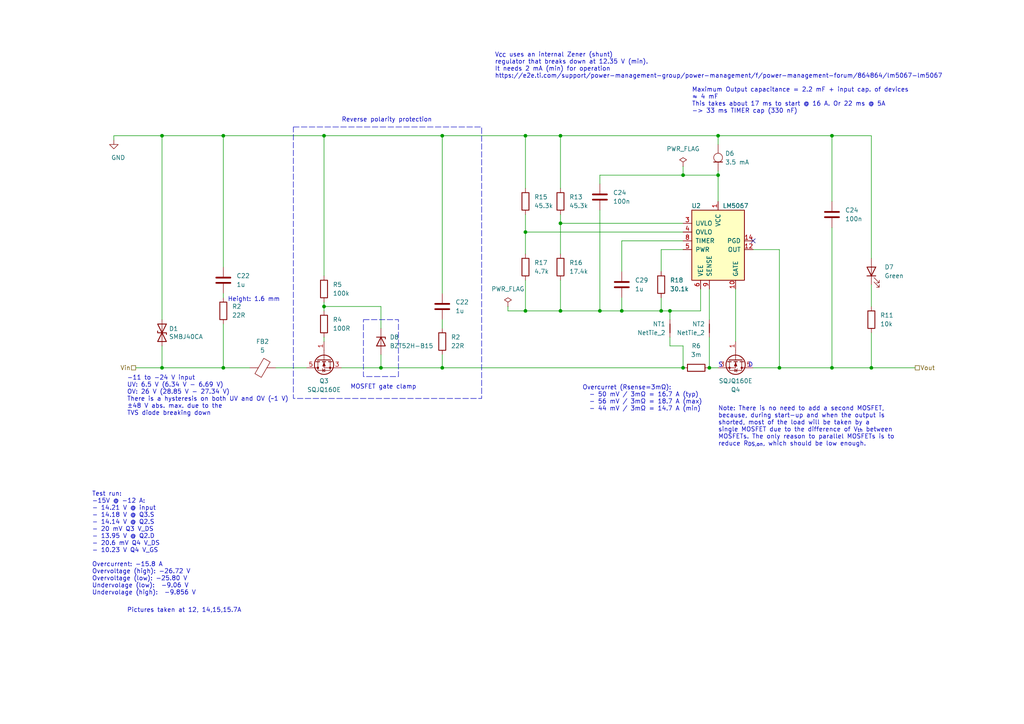
<source format=kicad_sch>
(kicad_sch (version 20230121) (generator eeschema)
  (paper "A4")
  (title_block (title "Negative rail input protection") (date "2023-10-06") (rev "2.0.0") (comment 1 "Copyright (©) 2023, Patrick Baus <patrick.baus@physik.tu-darmstadt.de>") (comment 2 "Licensed under CERN OHL v.1.2"))
  (lib_symbols
    (symbol "Device:C" (pin_numbers hide) (pin_names (offset 0.254))
      (property "Reference" "C" (at 0.635 2.54 0))
      (property "Value" "C" (at 0.635 -2.54 0))
      (symbol "C_0_1"
        (polyline (pts (xy -2.032 -0.762) (xy 2.032 -0.762)) (stroke (width 0.508)))
        (polyline (pts (xy -2.032 0.762) (xy 2.032 0.762)) (stroke (width 0.508)))
      )
      (symbol "C_1_1"
        (pin passive line (at 0 3.81 270) (length 2.794) (name "~") (number "1"))
        (pin passive line (at 0 -3.81 90) (length 2.794) (name "~") (number "2"))
      )
    )
    (symbol "Device:D_TVS" (pin_numbers hide) (pin_names (offset 1.016) hide)
      (property "Reference" "D" (at 0 2.54 0))
      (property "Value" "D_TVS" (at 0 -2.54 0))
      (symbol "D_TVS_0_1"
        (polyline (pts (xy 1.27 0) (xy -1.27 0)))
        (polyline (pts (xy 0.508 1.27) (xy 0 1.27) (xy 0 -1.27) (xy -0.508 -1.27)) (stroke (width 0.254)))
        (polyline (pts (xy -2.54 1.27) (xy -2.54 -1.27) (xy 2.54 1.27) (xy 2.54 -1.27) (xy -2.54 1.27)) (stroke (width 0.254)))
      )
      (symbol "D_TVS_1_1"
        (pin passive line (at -3.81 0 0) (length 2.54) (name "A1") (number "1"))
        (pin passive line (at 3.81 0 180) (length 2.54) (name "A2") (number "2"))
      )
    )
    (symbol "Device:FerriteBead" (pin_numbers hide) (pin_names (offset 0))
      (property "Reference" "FB" (at -3.81 0.635 90))
      (property "Value" "FerriteBead" (at 3.81 0 90))
      (symbol "FerriteBead_0_1"
        (polyline (pts (xy 0 -1.27) (xy 0 -1.2192)))
        (polyline (pts (xy 0 1.27) (xy 0 1.2954)))
        (polyline (pts (xy -2.7686 0.4064) (xy -1.7018 2.2606) (xy 2.7686 -0.3048) (xy 1.6764 -2.159) (xy -2.7686 0.4064)))
      )
      (symbol "FerriteBead_1_1"
        (pin passive line (at 0 3.81 270) (length 2.54) (name "~") (number "1"))
        (pin passive line (at 0 -3.81 90) (length 2.54) (name "~") (number "2"))
      )
    )
    (symbol "Device:LED" (pin_numbers hide) (pin_names (offset 1.016) hide)
      (property "Reference" "D" (at 0 2.54 0))
      (property "Value" "LED" (at 0 -2.54 0))
      (symbol "LED_0_1"
        (polyline (pts (xy -1.27 -1.27) (xy -1.27 1.27)) (stroke (width 0.254)))
        (polyline (pts (xy -1.27 0) (xy 1.27 0)))
        (polyline (pts (xy 1.27 -1.27) (xy 1.27 1.27) (xy -1.27 0) (xy 1.27 -1.27)) (stroke (width 0.254)))
        (polyline (pts (xy -3.048 -0.762) (xy -4.572 -2.286) (xy -3.81 -2.286) (xy -4.572 -2.286) (xy -4.572 -1.524)))
        (polyline (pts (xy -1.778 -0.762) (xy -3.302 -2.286) (xy -2.54 -2.286) (xy -3.302 -2.286) (xy -3.302 -1.524)))
      )
      (symbol "LED_1_1"
        (pin passive line (at -3.81 0 0) (length 2.54) (name "K") (number "1"))
        (pin passive line (at 3.81 0 180) (length 2.54) (name "A") (number "2"))
      )
    )
    (symbol "Device:NetTie_2" (pin_numbers hide) (pin_names (offset 0) hide) (in_bom no)
      (property "Reference" "NT" (at 0 1.27 0))
      (property "Value" "NetTie_2" (at 0 -1.27 0))
      (symbol "NetTie_2_0_1"
        (polyline (pts (xy -1.27 0) (xy 1.27 0)) (stroke (width 0.254)))
      )
      (symbol "NetTie_2_1_1"
        (pin passive line (at -2.54 0 0) (length 2.54) (name "1") (number "1"))
        (pin passive line (at 2.54 0 180) (length 2.54) (name "2") (number "2"))
      )
    )
    (symbol "Device:R" (pin_numbers hide) (pin_names (offset 0))
      (property "Reference" "R" (at 2.032 0 90))
      (property "Value" "R" (at 0 0 90))
      (symbol "R_0_1"
        (rectangle (start -1.016 -2.54) (end 1.016 2.54) (stroke (width 0.254)))
      )
      (symbol "R_1_1"
        (pin passive line (at 0 3.81 270) (length 1.27) (name "~") (number "1"))
        (pin passive line (at 0 -3.81 90) (length 1.27) (name "~") (number "2"))
      )
    )
    (symbol "Diode:BZT52Bxx" (pin_numbers hide) (pin_names hide)
      (property "Reference" "D" (at 0 2.54 0))
      (property "Value" "BZT52Bxx" (at 0 -2.54 0))
      (symbol "BZT52Bxx_0_1"
        (polyline (pts (xy 1.27 0) (xy -1.27 0)))
        (polyline (pts (xy -1.27 -1.27) (xy -1.27 1.27) (xy -0.762 1.27)) (stroke (width 0.254)))
        (polyline (pts (xy 1.27 -1.27) (xy 1.27 1.27) (xy -1.27 0) (xy 1.27 -1.27)) (stroke (width 0.254)))
      )
      (symbol "BZT52Bxx_1_1"
        (pin passive line (at -3.81 0 0) (length 2.54) (name "K") (number "1"))
        (pin passive line (at 3.81 0 180) (length 2.54) (name "A") (number "2"))
      )
    )
    (symbol "Texas Instruments:LM5067" (pin_names (offset 1.016))
      (property "Reference" "U" (at -7.62 11.43 0))
      (property "Value" "LM5067" (at 2.54 11.43 0))
      (symbol "LM5067_0_1"
        (rectangle (start -7.62 10.16) (end 7.62 -10.16) (stroke (width 0.254)) (fill (type background)))
      )
      (symbol "LM5067_1_0"
        (pin power_in line (at -5.08 -12.7 90) (length 2.54) (name "VEE") (number "6"))
      )
      (symbol "LM5067_1_1"
        (pin power_in line (at 0 12.7 270) (length 2.54) (name "VCC") (number "1"))
        (pin output line (at 5.08 -12.7 90) (length 2.54) (name "GATE") (number "10"))
        (pin no_connect line (at 10.16 3.81 180) (length 2.54) hide (name "NC") (number "11"))
        (pin input line (at 10.16 -1.27 180) (length 2.54) (name "OUT") (number "12"))
        (pin no_connect line (at 10.16 6.35 180) (length 2.54) hide (name "NC") (number "13"))
        (pin open_collector line (at 10.16 1.27 180) (length 2.54) (name "PGD") (number "14"))
        (pin no_connect line (at -10.16 -3.81 0) (length 2.54) hide (name "NC") (number "2"))
        (pin input line (at -10.16 6.35 0) (length 2.54) (name "UVLO") (number "3"))
        (pin input line (at -10.16 3.81 0) (length 2.54) (name "OVLO") (number "4"))
        (pin input line (at -10.16 -1.27 0) (length 2.54) (name "PWR") (number "5"))
        (pin no_connect line (at 10.16 -3.81 180) (length 2.54) hide (name "NC") (number "7"))
        (pin input line (at -10.16 1.27 0) (length 2.54) (name "TIMER") (number "8"))
        (pin input line (at -2.54 -12.7 90) (length 2.54) (name "SENSE") (number "9"))
      )
    )
    (symbol "Vishay:SQJQ160E" (pin_names (offset 0) hide)
      (property "Reference" "Q" (at 5.08 1.27 0))
      (property "Value" "SQJQ160E" (at 5.08 -1.27 0))
      (symbol "SQJQ160E_0_1"
        (polyline (pts (xy 0.254 0) (xy -2.54 0)))
        (polyline (pts (xy 0.254 1.905) (xy 0.254 -1.905)) (stroke (width 0.254)))
        (polyline (pts (xy 0.762 -1.27) (xy 0.762 -2.286)) (stroke (width 0.254)))
        (polyline (pts (xy 0.762 0.508) (xy 0.762 -0.508)) (stroke (width 0.254)))
        (polyline (pts (xy 0.762 2.286) (xy 0.762 1.27)) (stroke (width 0.254)))
        (polyline (pts (xy 2.54 2.54) (xy 2.54 1.778)))
        (polyline (pts (xy 2.54 -2.54) (xy 2.54 0) (xy 0.762 0)))
        (polyline (pts (xy 0.762 -1.778) (xy 3.302 -1.778) (xy 3.302 1.778) (xy 0.762 1.778)))
        (polyline (pts (xy 1.016 0) (xy 2.032 0.381) (xy 2.032 -0.381) (xy 1.016 0)) (fill (type outline)))
        (polyline (pts (xy 2.794 0.508) (xy 2.921 0.381) (xy 3.683 0.381) (xy 3.81 0.254)))
        (polyline (pts (xy 3.302 0.381) (xy 2.921 -0.254) (xy 3.683 -0.254) (xy 3.302 0.381)))
        (circle (center 1.651 0) (radius 2.794) (stroke (width 0.254)))
        (circle (center 2.54 -1.778) (radius 0.254) (fill (type outline)))
        (circle (center 2.54 1.778) (radius 0.254) (fill (type outline)))
      )
      (symbol "SQJQ160E_1_1"
        (pin input line (at -5.08 0 0) (length 2.54) (name "G") (number "1"))
        (pin passive line (at 2.54 -5.08 90) (length 2.54) hide (name "S") (number "2"))
        (pin passive line (at 2.54 -5.08 90) (length 2.54) (name "S") (number "3"))
        (pin passive line (at 2.54 -5.08 90) (length 2.54) hide (name "S") (number "3"))
        (pin passive line (at 2.54 -5.08 90) (length 2.54) hide (name "S") (number "4"))
        (pin passive line (at 2.54 5.08 270) (length 2.54) (name "D") (number "5"))
      )
    )
    (symbol "constant_current_diode:D_Constant_Current" (pin_numbers hide) (pin_names (offset 1.016) hide)
      (property "Reference" "D" (at 0 2.54 0))
      (property "Value" "D_Constant_Current" (at 0 -2.54 0))
      (symbol "D_Constant_Current_0_1"
        (polyline (pts (xy -1.27 1.27) (xy -1.27 -1.27)) (stroke (width 0.254)))
        (circle (center 0 0) (radius 1.27))
      )
      (symbol "D_Constant_Current_1_1"
        (pin passive line (at -3.81 0 0) (length 2.54) (name "K") (number "1"))
        (pin passive line (at 3.81 0 180) (length 2.54) (name "A") (number "2"))
      )
    )
    (symbol "power:GND" (power) (pin_names (offset 0))
      (property "Value" "GND" (at 0 -3.81 0))
      (symbol "GND_0_1"
        (polyline (pts (xy 0 0) (xy 0 -1.27) (xy 1.27 -1.27) (xy 0 -2.54) (xy -1.27 -1.27) (xy 0 -1.27)))
      )
      (symbol "GND_1_1"
        (pin power_in line (at 0 0 270) (length 0) hide (name "GND") (number "1"))
      )
    )
    (symbol "power:PWR_FLAG" (power) (pin_numbers hide) (pin_names (offset 0) hide)
      (property "Value" "PWR_FLAG" (at 0 3.81 0))
      (symbol "PWR_FLAG_0_0"
        (pin power_out line (at 0 0 90) (length 0) (name "pwr") (number "1"))
      )
      (symbol "PWR_FLAG_0_1"
        (polyline (pts (xy 0 0) (xy 0 1.27) (xy -1.016 1.905) (xy 0 2.54) (xy 1.016 1.905) (xy 0 1.27)))
      )
    )
  )
  (junction (at 208.28 50.8))
  (junction (at 241.3 106.68))
  (junction (at 46.99 39.37))
  (junction (at 64.77 106.68))
  (junction (at 64.77 39.37))
  (junction (at 241.3 39.37))
  (junction (at 128.27 106.68))
  (junction (at 194.31 90.17))
  (junction (at 205.74 106.68))
  (junction (at 191.77 90.17))
  (junction (at 180.34 90.17))
  (junction (at 93.98 88.9))
  (junction (at 162.56 64.77))
  (junction (at 208.28 39.37))
  (junction (at 152.4 67.31))
  (junction (at 128.27 39.37))
  (junction (at 162.56 90.17))
  (junction (at 252.73 106.68))
  (junction (at 226.06 106.68))
  (junction (at 198.12 50.8))
  (junction (at 162.56 39.37))
  (junction (at 93.98 39.37))
  (junction (at 152.4 90.17))
  (junction (at 198.12 106.68))
  (junction (at 110.49 106.68))
  (junction (at 152.4 39.37))
  (junction (at 46.99 106.68))
  (junction (at 173.99 90.17))
  (no_connect (at 218.44 69.85))
  (wire (pts (xy 162.56 90.17) (xy 173.99 90.17)))
  (wire (pts (xy 252.73 39.37) (xy 252.73 74.93)))
  (wire (pts (xy 194.31 100.33) (xy 198.12 100.33)))
  (wire (pts (xy 93.98 87.63) (xy 93.98 88.9)))
  (wire (pts (xy 93.98 39.37) (xy 93.98 80.01)))
  (wire (pts (xy 226.06 72.39) (xy 226.06 106.68)))
  (wire (pts (xy 198.12 69.85) (xy 180.34 69.85)))
  (wire (pts (xy 33.02 39.37) (xy 33.02 40.64)))
  (wire (pts (xy 162.56 81.28) (xy 162.56 90.17)))
  (wire (pts (xy 93.98 88.9) (xy 93.98 90.17)))
  (wire (pts (xy 173.99 50.8) (xy 198.12 50.8)))
  (wire (pts (xy 203.2 90.17) (xy 203.2 83.82)))
  (wire (pts (xy 218.44 106.68) (xy 226.06 106.68)))
  (wire (pts (xy 110.49 88.9) (xy 93.98 88.9)))
  (wire (pts (xy 128.27 39.37) (xy 128.27 85.09)))
  (wire (pts (xy 173.99 90.17) (xy 180.34 90.17)))
  (wire (pts (xy 162.56 64.77) (xy 198.12 64.77)))
  (wire (pts (xy 191.77 90.17) (xy 194.31 90.17)))
  (wire (pts (xy 180.34 69.85) (xy 180.34 78.74)))
  (wire (pts (xy 46.99 100.33) (xy 46.99 106.68)))
  (wire (pts (xy 46.99 39.37) (xy 64.77 39.37)))
  (wire (pts (xy 194.31 92.71) (xy 194.31 90.17)))
  (wire (pts (xy 173.99 60.96) (xy 173.99 90.17)))
  (wire (pts (xy 152.4 67.31) (xy 198.12 67.31)))
  (wire (pts (xy 64.77 106.68) (xy 72.39 106.68)))
  (wire (pts (xy 46.99 106.68) (xy 64.77 106.68)))
  (wire (pts (xy 128.27 39.37) (xy 93.98 39.37)))
  (wire (pts (xy 205.74 97.79) (xy 205.74 106.68)))
  (wire (pts (xy 147.32 90.17) (xy 147.32 88.9)))
  (wire (pts (xy 208.28 49.53) (xy 208.28 50.8)))
  (wire (pts (xy 99.06 106.68) (xy 110.49 106.68)))
  (wire (pts (xy 180.34 86.36) (xy 180.34 90.17)))
  (wire (pts (xy 252.73 106.68) (xy 265.43 106.68)))
  (wire (pts (xy 152.4 39.37) (xy 162.56 39.37)))
  (wire (pts (xy 46.99 39.37) (xy 46.99 92.71)))
  (wire (pts (xy 191.77 86.36) (xy 191.77 90.17)))
  (wire (pts (xy 241.3 39.37) (xy 252.73 39.37)))
  (wire (pts (xy 198.12 48.26) (xy 198.12 50.8)))
  (wire (pts (xy 152.4 81.28) (xy 152.4 90.17)))
  (wire (pts (xy 241.3 39.37) (xy 241.3 58.42)))
  (wire (pts (xy 198.12 100.33) (xy 198.12 106.68)))
  (wire (pts (xy 64.77 39.37) (xy 64.77 77.47)))
  (wire (pts (xy 198.12 50.8) (xy 208.28 50.8)))
  (wire (pts (xy 194.31 97.79) (xy 194.31 100.33)))
  (wire (pts (xy 208.28 39.37) (xy 241.3 39.37)))
  (wire (pts (xy 64.77 93.98) (xy 64.77 106.68)))
  (wire (pts (xy 208.28 50.8) (xy 208.28 58.42)))
  (wire (pts (xy 33.02 39.37) (xy 46.99 39.37)))
  (wire (pts (xy 64.77 85.09) (xy 64.77 86.36)))
  (wire (pts (xy 110.49 95.25) (xy 110.49 88.9)))
  (wire (pts (xy 152.4 90.17) (xy 147.32 90.17)))
  (wire (pts (xy 128.27 39.37) (xy 152.4 39.37)))
  (wire (pts (xy 252.73 82.55) (xy 252.73 88.9)))
  (wire (pts (xy 180.34 90.17) (xy 191.77 90.17)))
  (wire (pts (xy 205.74 106.68) (xy 208.28 106.68)))
  (wire (pts (xy 191.77 72.39) (xy 191.77 78.74)))
  (wire (pts (xy 162.56 64.77) (xy 162.56 73.66)))
  (wire (pts (xy 128.27 106.68) (xy 128.27 102.87)))
  (wire (pts (xy 39.37 106.68) (xy 46.99 106.68)))
  (wire (pts (xy 128.27 106.68) (xy 198.12 106.68)))
  (wire (pts (xy 205.74 83.82) (xy 205.74 92.71)))
  (wire (pts (xy 152.4 67.31) (xy 152.4 73.66)))
  (wire (pts (xy 128.27 95.25) (xy 128.27 92.71)))
  (wire (pts (xy 152.4 39.37) (xy 152.4 54.61)))
  (wire (pts (xy 218.44 72.39) (xy 226.06 72.39)))
  (wire (pts (xy 252.73 96.52) (xy 252.73 106.68)))
  (wire (pts (xy 64.77 39.37) (xy 93.98 39.37)))
  (wire (pts (xy 162.56 62.23) (xy 162.56 64.77)))
  (wire (pts (xy 93.98 97.79) (xy 93.98 99.06)))
  (wire (pts (xy 198.12 72.39) (xy 191.77 72.39)))
  (wire (pts (xy 241.3 106.68) (xy 252.73 106.68)))
  (wire (pts (xy 226.06 106.68) (xy 241.3 106.68)))
  (wire (pts (xy 110.49 106.68) (xy 128.27 106.68)))
  (wire (pts (xy 162.56 39.37) (xy 208.28 39.37)))
  (wire (pts (xy 110.49 102.87) (xy 110.49 106.68)))
  (wire (pts (xy 173.99 50.8) (xy 173.99 53.34)))
  (wire (pts (xy 152.4 62.23) (xy 152.4 67.31)))
  (wire (pts (xy 208.28 39.37) (xy 208.28 41.91)))
  (wire (pts (xy 213.36 83.82) (xy 213.36 99.06)))
  (wire (pts (xy 241.3 66.04) (xy 241.3 106.68)))
  (wire (pts (xy 162.56 39.37) (xy 162.56 54.61)))
  (wire (pts (xy 80.01 106.68) (xy 88.9 106.68)))
  (wire (pts (xy 194.31 90.17) (xy 203.2 90.17)))
  (wire (pts (xy 152.4 90.17) (xy 162.56 90.17)))
  (rectangle (start 105.41 92.71) (end 115.57 109.22) (stroke (width 0) (type dash)))
  (rectangle (start 85.09 36.83) (end 139.7 115.57) (stroke (width 0) (type dash)))
  (text "MOSFET gate clamp" (at 101.6 113.03 0) (effects (font (size 1.27 1.27)) (justify left bottom)))
  (text "Note: There is no need to add a second MOSFET,\nbecause, during start-up and when the output is\nshorted, most of the load will be taken by a\nsingle MOSFET due to the difference of V_{th} between\nMOSFETs. The only reason to parallel MOSFETs is to\nreduce R_{DS,on}, which should be low enough." (at 208.28 129.54 0) (effects (font (size 1.27 1.27)) (justify left bottom)))
  (text "Pictures taken at 12, 14,15,15.7A" (at 36.83 177.8 0) (effects (font (size 1.27 1.27)) (justify left bottom)))
  (text "S" (at 208.28 106.68 0) (effects (font (size 1.27 1.27)) (justify left bottom)))
  (text "Test run:\n-15V @ -12 A:\n- 14.21 V @ input\n- 14.18 V @ Q3.S\n- 14.14 V @ Q2.S\n- 20 mV Q3 V_DS\n- 13.95 V @ Q2.D\n- 20.6 mV Q4 V_DS\n- 10.23 V Q4 V_GS\n\nOvercurrent: -15.8 A\nOvervoltage (high): -26.72 V\nOvervoltage (low): -25.80 V\nUndervolage (low):  -9.06 V\nUndervolage (high):  -9.856 V" (at 26.67 172.72 0) (effects (font (size 1.27 1.27)) (justify left bottom)))
  (text "Height: 1.6 mm" (at 66.04 87.63 0) (effects (font (size 1.27 1.27)) (justify left bottom)))
  (text "D" (at 218.44 106.68 0) (effects (font (size 1.27 1.27)) (justify right bottom)))
  (text "Reverse polarity protection" (at 99.06 35.56 0) (effects (font (size 1.27 1.27)) (justify left bottom)))
  (text "Maximum Output capacitance = 2.2 mF + input cap. of devices\n≈ 4 mF\nThis takes about 17 ms to start @ 16 A. Or 22 ms @ 5A\n-> 33 ms TIMER cap (330 nF)" (at 200.66 33.02 0) (effects (font (size 1.27 1.27)) (justify left bottom)))
  (text "V_{CC} uses an internal Zener (shunt)\nregulator that breaks down at 12.35 V (min).\nIt needs 2 mA (min) for operation\nhttps://e2e.ti.com/support/power-management-group/power-management/f/power-management-forum/864864/lm5067-lm5067\n" (at 143.51 22.86 0) (effects (font (size 1.27 1.27)) (justify left bottom)))
  (text "-11 to -24 V input\nUV: 6.5 V (6.34 V - 6.69 V)\nOV: 26 V (28.85 V - 27.34 V)\nThere is a hysteresis on both UV and OV (~1 V)\n±48 V abs. max. due to the\nTVS diode breaking down" (at 36.83 120.65 0) (effects (font (size 1.27 1.27)) (justify left bottom)))
  (text "Overcurret (Rsense=3mΩ):\n  - 50 mV / 3mΩ = 16.7 A (typ)\n  - 56 mV / 3mΩ = 18.7 A (max)\n  - 44 mV / 3mΩ = 14.7 A (min)" (at 168.91 119.38 0) (effects (font (size 1.27 1.27)) (justify left bottom)))
  (hierarchical_label "Vout" (shape passive) (at 265.43 106.68 0))
  (hierarchical_label "Vin" (shape passive) (at 39.37 106.68 180))
  (symbol (lib_id "Vishay:SQJQ160E") (at 213.36 104.14 270) (unit 1)
    (property "Reference" "Q4" (at 213.36 113.03 90))
    (property "Value" "SQJQ160E" (at 213.36 110.49 90))
    (property "Footprint" "Package_SO:PowerPAK_SO-8L_Single" (effects hide))
    (property "MFN" "Vishay" (effects hide))
    (property "PN" "SQJQ160E" (effects hide))
    (property "Temperature" "Tstorage = –75 °C to 175 °C" (effects hide))
    (property "RoHS" "Yes" (effects hide))
    (property "Note" "Vds >= 60V" (effects hide))
  )
  (symbol (lib_id "Diode:BZT52Bxx") (at 110.49 99.06 270) (unit 1)
    (property "Reference" "D8" (at 113.03 97.79 90) (effects (justify left)))
    (property "Value" "BZT52H-B15" (at 113.03 100.33 90) (effects (justify left)))
    (property "Footprint" "Diode_SMD:D_SOD-123F" (effects hide))
    (property "Datasheet" "https://diotec.com/tl_files/diotec/files/pdf/datasheets/bzt52b2v4.pdf" (effects hide))
    (property "MFN" "Nexperia" (effects hide))
    (property "PN" "BZT52H-B15\\,115" (effects hide))
    (property "Temperature" "Tstorage = –65 °C to 150 °C" (effects hide))
    (property "RoHS" "Yes" (effects hide))
    (property "digikey#" "1727-1598-1-ND" (effects hide))
    (instances (project "main" (path "" (reference "D8") (unit 1)) (path "" (reference "D4") (unit 1))))
  )
  (symbol (lib_id "Device:C") (at 241.3 62.23 0) (unit 1)
    (property "Reference" "C24" (at 245.11 60.96 0) (effects (justify left)))
    (property "Value" "100n" (at 245.11 63.5 0) (effects (justify left)))
    (property "Footprint" "Capacitor_SMD:C_0805_2012Metric" (effects hide))
    (property "MFN" "Kemet" (effects hide))
    (property "PN" "C0805C104K1RACAUTO" (effects hide))
    (property "Temperature" "Tstorage = –55 °C to 155 °C" (effects hide))
    (property "RoHS" "Yes" (effects hide))
    (property "digikey#" "399-6926-1-ND" (effects hide))
    (instances (project "main" (path "" (reference "C24") (unit 1)) (path "" (reference "C30") (unit 1))))
  )
  (symbol (lib_id "Device:R") (at 128.27 99.06 0) (unit 1)
    (property "Reference" "R2" (at 130.81 97.79 0) (effects (justify left)))
    (property "Value" "22R" (at 130.81 100.33 0) (effects (justify left)))
    (property "Footprint" "Resistor_SMD:R_1206_3216Metric" (effects hide))
    (property "MFN" "Vishay" (effects hide))
    (property "PN" "RCS120622R0JNEA" (effects hide))
    (property "Note" "500 mW, anti-surge" (effects hide))
    (property "Temperature" "Tstorage = –55 °C to 155 °C" (effects hide))
    (property "RoHS" "By exemption" (effects hide))
    (instances (project "main" (path "" (reference "R2") (unit 1)) (path "" (reference "R12") (unit 1)) (path "" (reference "R21") (unit 1))))
  )
  (symbol (lib_id "Device:R") (at 162.56 58.42 0) (unit 1)
    (property "Reference" "R13" (at 165.1 57.15 0) (effects (justify left)))
    (property "Value" "45.3k" (at 165.1 59.69 0) (effects (justify left)))
    (property "Footprint" "Resistor_SMD:R_0805_2012Metric" (effects hide))
    (property "MFN" "Vishay" (effects hide))
    (property "PN" "CRCW080545K3FKEA" (effects hide))
    (property "Temperature" "Tstorage = –55 °C to 155 °C" (effects hide))
    (property "RoHS" "By exemption" (effects hide))
    (property "Note" "1%, 150 V" (effects hide))
  )
  (symbol (lib_id "Device:R") (at 162.56 77.47 0) (unit 1)
    (property "Reference" "R16" (at 165.1 76.2 0) (effects (justify left)))
    (property "Value" "17.4k" (at 165.1 78.74 0) (effects (justify left)))
    (property "Footprint" "Resistor_SMD:R_0805_2012Metric" (effects hide))
    (property "MFN" "Vishay" (effects hide))
    (property "PN" "CRCW080517K4FKEA" (effects hide))
    (property "Temperature" "Tstorage = –55 °C to 155 °C" (effects hide))
    (property "RoHS" "By exemption" (effects hide))
    (property "Note" "1%, 150 V" (effects hide))
  )
  (symbol (lib_id "Device:R") (at 152.4 58.42 0) (unit 1)
    (property "Reference" "R15" (at 154.94 57.15 0) (effects (justify left)))
    (property "Value" "45.3k" (at 154.94 59.69 0) (effects (justify left)))
    (property "Footprint" "Resistor_SMD:R_0805_2012Metric" (effects hide))
    (property "MFN" "Vishay" (effects hide))
    (property "PN" "CRCW080545K3FKEA" (effects hide))
    (property "Temperature" "Tstorage = –55 °C to 155 °C" (effects hide))
    (property "RoHS" "By exemption" (effects hide))
    (property "Note" "1%, 150 V" (effects hide))
  )
  (symbol (lib_id "Device:R") (at 93.98 83.82 0) (unit 1)
    (property "Reference" "R5" (at 96.52 82.55 0) (effects (justify left)))
    (property "Value" "100k" (at 96.52 85.09 0) (effects (justify left)))
    (property "Footprint" "Resistor_SMD:R_0805_2012Metric" (effects hide))
    (property "MFN" "Vishay" (effects hide))
    (property "PN" "CRCW0805100KFKEA" (effects hide))
    (property "Note" "1%, 150 V" (effects hide))
    (property "Temperature" "Tstorage = –55 °C to 155 °C" (effects hide))
    (property "RoHS" "By exemption" (effects hide))
    (instances (project "main" (path "" (reference "R5") (unit 1)) (path "" (reference "R20") (unit 1))))
  )
  (symbol (lib_id "Device:FerriteBead") (at 76.2 106.68 90) (unit 1)
    (property "Reference" "FB2" (at 76.1492 99.06 90))
    (property "Value" "5" (at 76.1492 101.6 90))
    (property "Footprint" "Inductor_SMD:L_1210_3225Metric" (effects hide))
    (property "MFN" "Murata" (effects hide))
    (property "PN" "BLE32SN120BH1L" (effects hide))
    (property "Alternative" "Murata BLE32SN120SH1L" (effects hide))
    (property "Temperature" "Tstorage = –55 °C to 150 °C" (effects hide))
    (property "RoHS" "Yes" (effects hide))
  )
  (symbol (lib_id "Device:C") (at 173.99 57.15 0) (unit 1)
    (property "Reference" "C24" (at 177.8 55.88 0) (effects (justify left)))
    (property "Value" "100n" (at 177.8 58.42 0) (effects (justify left)))
    (property "Footprint" "Capacitor_SMD:C_0805_2012Metric" (effects hide))
    (property "MFN" "Kemet" (effects hide))
    (property "PN" "C0805C104K1RACAUTO" (effects hide))
    (property "Temperature" "Tstorage = –55 °C to 155 °C" (effects hide))
    (property "RoHS" "Yes" (effects hide))
    (property "digikey#" "399-6926-1-ND" (effects hide))
    (instances (project "main" (path "" (reference "C24") (unit 1)) (path "" (reference "C19") (unit 1))))
  )
  (symbol (lib_id "Texas Instruments:LM5067") (at 208.28 71.12 0) (unit 1)
    (property "Reference" "U2" (at 201.93 59.69 0))
    (property "Value" "LM5067" (at 213.36 59.69 0))
    (property "Footprint" "Package_SO:SOIC-14W_7.5x9mm_P1.27mm" (effects hide))
    (property "Datasheet" "https://www.ti.com/lit/ds/symlink/lm5067.pdf" (effects hide))
    (property "MFN" "Texas Instruments" (effects hide))
    (property "PN" "LM50672NPAR" (effects hide))
    (property "Temperature" "Tstorage = –65 °C to 150 °C" (effects hide))
    (property "RoHS" "By exemption" (effects hide))
  )
  (symbol (lib_id "Device:NetTie_2") (at 194.31 95.25 270) (mirror x) (unit 1) (in_bom no)
    (property "Reference" "NT1" (at 193.04 93.98 90) (effects (justify right)))
    (property "Value" "NetTie_2" (at 193.04 96.52 90) (effects (justify right)))
    (property "Footprint" "NetTie:NetTie-2_SMD_Pad0.5mm" (effects hide))
    (instances (project "main" (path "" (reference "NT1") (unit 1)) (path "" (reference "NT3") (unit 1))))
  )
  (symbol (lib_id "Device:R") (at 64.77 90.17 0) (unit 1)
    (property "Reference" "R2" (at 67.31 88.9 0) (effects (justify left)))
    (property "Value" "22R" (at 67.31 91.44 0) (effects (justify left)))
    (property "Footprint" "Resistor_SMD:R_1206_3216Metric" (effects hide))
    (property "MFN" "Vishay" (effects hide))
    (property "PN" "RCS120622R0JNEA" (effects hide))
    (property "Note" "500 mW, anti-surge" (effects hide))
    (property "Temperature" "Tstorage = –55 °C to 155 °C" (effects hide))
    (property "RoHS" "By exemption" (effects hide))
    (instances (project "main" (path "" (reference "R2") (unit 1)) (path "" (reference "R2") (unit 1)) (path "" (reference "R12") (unit 1))))
  )
  (symbol (lib_id "Device:C") (at 128.27 88.9 0) (unit 1)
    (property "Reference" "C22" (at 132.08 87.63 0) (effects (justify left)))
    (property "Value" "1u" (at 132.08 90.17 0) (effects (justify left)))
    (property "Footprint" "Capacitor_SMD:C_1206_3216Metric" (effects hide))
    (property "MFN" "Kemet" (effects hide))
    (property "PN" "C1206C105K1RACAUTO" (effects hide))
    (property "Note" ">= 100 V" (effects hide))
    (property "Temperature" "Tstorage = –55 °C to 155 °C" (effects hide))
    (property "RoHS" "Yes" (effects hide))
    (property "digikey#" "399-13374-1-ND" (effects hide))
    (instances (project "main" (path "" (reference "C22") (unit 1)) (path "" (reference "C26") (unit 1)) (path "" (reference "C31") (unit 1))) (project "main" (path "" (reference "C25") (unit 1))))
  )
  (symbol (lib_id "Device:R") (at 93.98 93.98 0) (unit 1)
    (property "Reference" "R4" (at 96.52 92.71 0) (effects (justify left)))
    (property "Value" "100R" (at 96.52 95.25 0) (effects (justify left)))
    (property "Footprint" "Resistor_SMD:R_0805_2012Metric" (effects hide))
    (property "MFN" "Vishay" (effects hide))
    (property "PN" "CRCW0805100RFKEA" (effects hide))
    (property "Note" "1%, 150 V" (effects hide))
    (property "Temperature" "Tstorage = –55 °C to 155 °C" (effects hide))
    (property "RoHS" "By exemption" (effects hide))
    (instances (project "main" (path "" (reference "R4") (unit 1)) (path "" (reference "R19") (unit 1))))
  )
  (symbol (lib_id "power:GND") (at 33.02 40.64 0) (unit 1)
    (property "Reference" "#PWR?" (effects hide))
    (property "Value" "GND" (at 34.29 45.72 0))
    (instances (project "main" (path "" (reference "#PWR?") (unit 1)) (path "" (reference "#PWR?") (unit 1)) (path "" (reference "#PWR030") (unit 1)) (path "" (reference "#PWR030") (unit 1)) (path "" (reference "#PWR039") (unit 1))))
  )
  (symbol (lib_id "Device:C") (at 64.77 81.28 0) (unit 1)
    (property "Reference" "C22" (at 68.58 80.01 0) (effects (justify left)))
    (property "Value" "1u" (at 68.58 82.55 0) (effects (justify left)))
    (property "Footprint" "Capacitor_SMD:C_1206_3216Metric" (effects hide))
    (property "MFN" "Kemet" (effects hide))
    (property "PN" "C1206C105K1RACAUTO" (effects hide))
    (property "Note" ">= 100 V, Height <=2.3 mm" (effects hide))
    (property "Temperature" "Tstorage = –55 °C to 155 °C" (effects hide))
    (property "RoHS" "Yes" (effects hide))
    (property "digikey#" "399-13374-1-ND" (effects hide))
    (instances (project "main" (path "" (reference "C22") (unit 1)) (path "" (reference "C22") (unit 1)) (path "" (reference "C18") (unit 1))) (project "main" (path "" (reference "C25") (unit 1))))
  )
  (symbol (lib_id "Device:R") (at 152.4 77.47 0) (unit 1)
    (property "Reference" "R17" (at 154.94 76.2 0) (effects (justify left)))
    (property "Value" "4.7k" (at 154.94 78.74 0) (effects (justify left)))
    (property "Footprint" "Resistor_SMD:R_0805_2012Metric" (effects hide))
    (property "MFN" "Vishay" (effects hide))
    (property "PN" "CRCW08054K70FKEA" (effects hide))
    (property "Temperature" "Tstorage = –55 °C to 155 °C" (effects hide))
    (property "RoHS" "By exemption" (effects hide))
    (property "Note" "1%, 150 V" (effects hide))
  )
  (symbol (lib_id "Device:NetTie_2") (at 205.74 95.25 270) (mirror x) (unit 1) (in_bom no)
    (property "Reference" "NT2" (at 204.47 93.98 90) (effects (justify right)))
    (property "Value" "NetTie_2" (at 204.47 96.52 90) (effects (justify right)))
    (property "Footprint" "Custom_footprints:NET-TIE-0.20mm" (effects hide))
    (instances (project "main" (path "" (reference "NT2") (unit 1)) (path "" (reference "NT4") (unit 1))))
  )
  (symbol (lib_id "power:PWR_FLAG") (at 147.32 88.9 0) (unit 1)
    (property "Reference" "#FLG01" (effects hide))
    (property "Value" "PWR_FLAG" (at 147.32 83.82 0))
  )
  (symbol (lib_id "power:PWR_FLAG") (at 198.12 48.26 0) (unit 1)
    (property "Reference" "#FLG02" (effects hide))
    (property "Value" "PWR_FLAG" (at 198.12 43.18 0))
  )
  (symbol (lib_id "Device:C") (at 180.34 82.55 0) (unit 1)
    (property "Reference" "C29" (at 184.15 81.28 0) (effects (justify left)))
    (property "Value" "1u" (at 184.15 83.82 0) (effects (justify left)))
    (property "Footprint" "Capacitor_SMD:C_1206_3216Metric" (effects hide))
    (property "MFN" "Kemet" (effects hide))
    (property "PN" "C1206C105K1RACAUTO" (effects hide))
    (property "Temperature" "Tstorage = –55 °C to 155 °C" (effects hide))
    (property "RoHS" "Yes" (effects hide))
    (property "digikey#" "399-13374-1-ND" (effects hide))
  )
  (symbol (lib_id "Device:D_TVS") (at 46.99 96.52 270) (unit 1)
    (property "Reference" "D1" (at 48.9966 95.3516 90) (effects (justify left)))
    (property "Value" "SMBJ40CA" (at 48.9966 97.663 90) (effects (justify left)))
    (property "Footprint" "Diode_SMD:D_SMB" (effects hide))
    (property "MFN" "Littlefuse" (effects hide))
    (property "PN" "SZ1SMB40CAT3G" (effects hide))
    (property "Temperature" "Tstorage = –55 °C to 150 °C" (effects hide))
    (property "RoHS" "Yes" (effects hide))
    (instances (project "main" (path "" (reference "D1") (unit 1)) (path "" (reference "D1") (unit 1)) (path "" (reference "D3") (unit 1))) (project "main" (path "" (reference "D7") (unit 1))))
  )
  (symbol (lib_id "Device:R") (at 191.77 82.55 0) (unit 1)
    (property "Reference" "R18" (at 194.31 81.28 0) (effects (justify left)))
    (property "Value" "30.1k" (at 194.31 83.82 0) (effects (justify left)))
    (property "Footprint" "Resistor_SMD:R_0805_2012Metric" (effects hide))
    (property "MFN" "Vishay" (effects hide))
    (property "PN" "CRCW080530K1FKEA" (effects hide))
    (property "Temperature" "Tstorage = –55 °C to 155 °C" (effects hide))
    (property "RoHS" "By exemption" (effects hide))
    (property "Note" "1%, 150 V" (effects hide))
  )
  (symbol (lib_id "Device:R") (at 252.73 92.71 0) (unit 1)
    (property "Reference" "R11" (at 255.27 91.44 0) (effects (justify left)))
    (property "Value" "10k" (at 255.27 93.98 0) (effects (justify left)))
    (property "Footprint" "Resistor_SMD:R_0805_2012Metric" (effects hide))
    (property "MFN" "Vishay" (effects hide))
    (property "PN" "CRCW080510K0FKEA" (effects hide))
    (property "Note" "1%, 150 V" (effects hide))
    (property "Temperature" "Tstorage = –55 °C to 155 °C" (effects hide))
    (property "RoHS" "By exemption" (effects hide))
    (instances (project "main" (path "" (reference "R11") (unit 1)) (path "" (reference "R23") (unit 1))) (project "main" (path "" (reference "R3") (unit 1))))
  )
  (symbol (lib_id "Device:R") (at 201.93 106.68 90) (unit 1)
    (property "Reference" "R6" (at 201.93 100.33 90))
    (property "Value" "3m" (at 201.93 102.87 90))
    (property "Footprint" "Resistor_SMD:R_2512_6332Metric" (effects hide))
    (property "MFN" "Bourns" (effects hide))
    (property "PN" "CRE2512-FZ-R003E-3" (effects hide))
    (property "Temperature" "Tstorage = –75 °C to 170 °C" (effects hide))
    (property "RoHS" "By exemption" (effects hide))
    (instances (project "main" (path "" (reference "R6") (unit 1)) (path "" (reference "R22") (unit 1))))
  )
  (symbol (lib_id "Device:LED") (at 252.73 78.74 90) (unit 1)
    (property "Reference" "D7" (at 256.54 77.47 90) (effects (justify right)))
    (property "Value" "Green" (at 256.54 80.01 90) (effects (justify right)))
    (property "Footprint" "LED_SMD:LED_0603_1608Metric" (effects hide))
    (property "MFN" "Osram" (effects hide))
    (property "PN" "LG L29K-G2J1-24" (effects hide))
    (property "Temperature" "Tstorage = –40 °C to 100 °C" (effects hide))
    (property "RoHS" "Yes" (effects hide))
    (instances (project "main" (path "" (reference "D7") (unit 1)) (path "" (reference "D5") (unit 1))) (project "main" (path "" (reference "D1") (unit 1))))
  )
  (symbol (lib_id "Vishay:SQJQ160E") (at 93.98 104.14 90) (mirror x) (unit 1)
    (property "Reference" "Q3" (at 93.98 110.49 90))
    (property "Value" "SQJQ160E" (at 93.98 113.03 90))
    (property "Footprint" "Package_SO:PowerPAK_SO-8L_Single" (effects hide))
    (property "MFN" "Vishay" (effects hide))
    (property "PN" "SQJQ160E" (effects hide))
    (property "Note" "Vds >= 60V" (effects hide))
    (property "Temperature" "Tstorage = –75 °C to 175 °C" (effects hide))
    (property "RoHS" "Yes" (effects hide))
  )
  (symbol (lib_id "constant_current_diode:D_Constant_Current") (at 208.28 45.72 90) (unit 1)
    (property "Reference" "D6" (at 210.312 44.5135 90) (effects (justify right)))
    (property "Value" "3.5 mA" (at 210.312 47.0535 90) (effects (justify right)))
    (property "Footprint" "Diode_SMD:D_SOD-123F" (effects hide))
    (property "MFN" "Semitec" (effects hide))
    (property "PN" "S-352T" (effects hide))
  )
)
</source>
